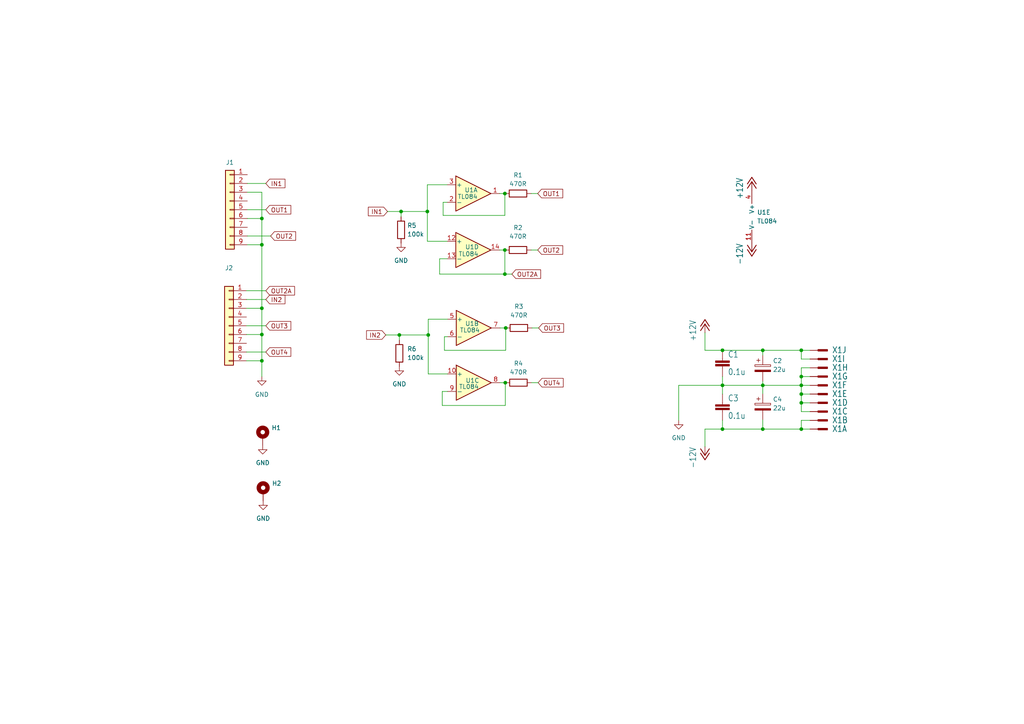
<source format=kicad_sch>
(kicad_sch (version 20230121) (generator eeschema)
  (paper "A4")
  (title_block (title "m0xpd PATCH Buffered Multiple Board") (comment 1 "Published under CC BY-SA 4.0 License") (comment 2 "See: https://github.com/m0xpd/PATCH"))
  (lib_symbols
    (symbol "Amplifier_Operational:TL084" (pin_names (offset 0.127))
      (property "Reference" "U" (at 0 5.08 0))
      (property "Value" "TL084" (at 0 -5.08 0))
      (symbol "TL084_1_1"
        (polyline (pts (xy -5.08 5.08) (xy 5.08 0) (xy -5.08 -5.08) (xy -5.08 5.08)) (stroke (width 0.254)) (fill (type background)))
        (pin output line (at 7.62 0 180) (length 2.54) (name "~") (number "1"))
        (pin input line (at -7.62 -2.54 0) (length 2.54) (name "-") (number "2"))
        (pin input line (at -7.62 2.54 0) (length 2.54) (name "+") (number "3"))
      )
      (symbol "TL084_2_1"
        (polyline (pts (xy -5.08 5.08) (xy 5.08 0) (xy -5.08 -5.08) (xy -5.08 5.08)) (stroke (width 0.254)) (fill (type background)))
        (pin input line (at -7.62 2.54 0) (length 2.54) (name "+") (number "5"))
        (pin input line (at -7.62 -2.54 0) (length 2.54) (name "-") (number "6"))
        (pin output line (at 7.62 0 180) (length 2.54) (name "~") (number "7"))
      )
      (symbol "TL084_3_1"
        (polyline (pts (xy -5.08 5.08) (xy 5.08 0) (xy -5.08 -5.08) (xy -5.08 5.08)) (stroke (width 0.254)) (fill (type background)))
        (pin input line (at -7.62 2.54 0) (length 2.54) (name "+") (number "10"))
        (pin output line (at 7.62 0 180) (length 2.54) (name "~") (number "8"))
        (pin input line (at -7.62 -2.54 0) (length 2.54) (name "-") (number "9"))
      )
      (symbol "TL084_4_1"
        (polyline (pts (xy -5.08 5.08) (xy 5.08 0) (xy -5.08 -5.08) (xy -5.08 5.08)) (stroke (width 0.254)) (fill (type background)))
        (pin input line (at -7.62 2.54 0) (length 2.54) (name "+") (number "12"))
        (pin input line (at -7.62 -2.54 0) (length 2.54) (name "-") (number "13"))
        (pin output line (at 7.62 0 180) (length 2.54) (name "~") (number "14"))
      )
      (symbol "TL084_5_1"
        (pin power_in line (at -2.54 -7.62 90) (length 3.81) (name "V-") (number "11"))
        (pin power_in line (at -2.54 7.62 270) (length 3.81) (name "V+") (number "4"))
      )
    )
    (symbol "Connector_Generic:Conn_01x09" (pin_names (offset 1.016) hide)
      (property "Reference" "J" (at 0 12.7 0))
      (property "Value" "Conn_01x09" (at 0 -12.7 0))
      (symbol "Conn_01x09_1_1"
        (rectangle (start -1.27 -10.033) (end 0 -10.287) (stroke (width 0.1524)))
        (rectangle (start -1.27 -7.493) (end 0 -7.747) (stroke (width 0.1524)))
        (rectangle (start -1.27 -4.953) (end 0 -5.207) (stroke (width 0.1524)))
        (rectangle (start -1.27 -2.413) (end 0 -2.667) (stroke (width 0.1524)))
        (rectangle (start -1.27 0.127) (end 0 -0.127) (stroke (width 0.1524)))
        (rectangle (start -1.27 2.667) (end 0 2.413) (stroke (width 0.1524)))
        (rectangle (start -1.27 5.207) (end 0 4.953) (stroke (width 0.1524)))
        (rectangle (start -1.27 7.747) (end 0 7.493) (stroke (width 0.1524)))
        (rectangle (start -1.27 10.287) (end 0 10.033) (stroke (width 0.1524)))
        (rectangle (start -1.27 11.43) (end 1.27 -11.43) (stroke (width 0.254)) (fill (type background)))
        (pin passive line (at -5.08 10.16 0) (length 3.81) (name "Pin_1") (number "1"))
        (pin passive line (at -5.08 7.62 0) (length 3.81) (name "Pin_2") (number "2"))
        (pin passive line (at -5.08 5.08 0) (length 3.81) (name "Pin_3") (number "3"))
        (pin passive line (at -5.08 2.54 0) (length 3.81) (name "Pin_4") (number "4"))
        (pin passive line (at -5.08 0 0) (length 3.81) (name "Pin_5") (number "5"))
        (pin passive line (at -5.08 -2.54 0) (length 3.81) (name "Pin_6") (number "6"))
        (pin passive line (at -5.08 -5.08 0) (length 3.81) (name "Pin_7") (number "7"))
        (pin passive line (at -5.08 -7.62 0) (length 3.81) (name "Pin_8") (number "8"))
        (pin passive line (at -5.08 -10.16 0) (length 3.81) (name "Pin_9") (number "9"))
      )
    )
    (symbol "Device:C_Polarized" (pin_numbers hide) (pin_names (offset 0.254))
      (property "Reference" "C" (at 0.635 2.54 0))
      (property "Value" "C_Polarized" (at 0.635 -2.54 0))
      (symbol "C_Polarized_0_1"
        (rectangle (start -2.286 0.508) (end 2.286 1.016))
        (polyline (pts (xy -1.778 2.286) (xy -0.762 2.286)))
        (polyline (pts (xy -1.27 2.794) (xy -1.27 1.778)))
        (rectangle (start 2.286 -0.508) (end -2.286 -1.016) (fill (type outline)))
      )
      (symbol "C_Polarized_1_1"
        (pin passive line (at 0 3.81 270) (length 2.794) (name "~") (number "1"))
        (pin passive line (at 0 -3.81 90) (length 2.794) (name "~") (number "2"))
      )
    )
    (symbol "Device:R" (pin_numbers hide) (pin_names (offset 0))
      (property "Reference" "R" (at 2.032 0 90))
      (property "Value" "R" (at 0 0 90))
      (symbol "R_0_1"
        (rectangle (start -1.016 -2.54) (end 1.016 2.54) (stroke (width 0.254)))
      )
      (symbol "R_1_1"
        (pin passive line (at 0 3.81 270) (length 1.27) (name "~") (number "1"))
        (pin passive line (at 0 -3.81 90) (length 1.27) (name "~") (number "2"))
      )
    )
    (symbol "Mechanical:MountingHole_Pad" (pin_numbers hide) (pin_names (offset 1.016) hide)
      (property "Reference" "H" (at 0 6.35 0))
      (property "Value" "MountingHole_Pad" (at 0 4.445 0))
      (symbol "MountingHole_Pad_0_1"
        (circle (center 0 1.27) (radius 1.27) (stroke (width 1.27)))
      )
      (symbol "MountingHole_Pad_1_1"
        (pin input line (at 0 -2.54 90) (length 2.54) (name "1") (number "1"))
      )
    )
    (symbol "main board-eagle-import:+12V" (power)
      (property "Value" "+12V" (at -2.54 -5.08 90))
      (symbol "+12V_1_0"
        (polyline (pts (xy 0 0) (xy -1.27 -1.905)) (stroke (width 0.254)))
        (polyline (pts (xy 0 1.27) (xy -1.27 -0.635)) (stroke (width 0.254)))
        (polyline (pts (xy 1.27 -1.905) (xy 0 0)) (stroke (width 0.254)))
        (polyline (pts (xy 1.27 -0.635) (xy 0 1.27)) (stroke (width 0.254)))
        (pin power_in line (at 0 -2.54 90) (length 2.54) (name "+12V") (number "1"))
      )
    )
    (symbol "main board-eagle-import:-12V" (power)
      (property "Value" "-12V" (at -2.54 -2.54 90))
      (symbol "-12V_1_0"
        (polyline (pts (xy -1.27 0.635) (xy 0 -1.27)) (stroke (width 0.254)))
        (polyline (pts (xy -1.27 1.905) (xy 0 0)) (stroke (width 0.254)))
        (polyline (pts (xy 0 -1.27) (xy 1.27 0.635)) (stroke (width 0.254)))
        (polyline (pts (xy 0 0) (xy 1.27 1.905)) (stroke (width 0.254)))
        (pin power_in line (at 0 2.54 270) (length 2.54) (name "-12V") (number "1"))
      )
    )
    (symbol "main board-eagle-import:2510-"
      (property "Reference" "X" (at -1.27 0.889 0))
      (symbol "2510-_1_0"
        (rectangle (start 0 -0.254) (end 2.794 0.254) (fill (type outline)))
        (pin passive line (at 5.08 0 180) (length 2.54) (name "KL") (number "1"))
      )
      (symbol "2510-_2_0"
        (rectangle (start 0 -0.254) (end 2.794 0.254) (fill (type outline)))
        (pin passive line (at 5.08 0 180) (length 2.54) (name "KL") (number "2"))
      )
      (symbol "2510-_3_0"
        (rectangle (start 0 -0.254) (end 2.794 0.254) (fill (type outline)))
        (pin passive line (at 5.08 0 180) (length 2.54) (name "KL") (number "3"))
      )
      (symbol "2510-_4_0"
        (rectangle (start 0 -0.254) (end 2.794 0.254) (fill (type outline)))
        (pin passive line (at 5.08 0 180) (length 2.54) (name "KL") (number "4"))
      )
      (symbol "2510-_5_0"
        (rectangle (start 0 -0.254) (end 2.794 0.254) (fill (type outline)))
        (pin passive line (at 5.08 0 180) (length 2.54) (name "KL") (number "5"))
      )
      (symbol "2510-_6_0"
        (rectangle (start 0 -0.254) (end 2.794 0.254) (fill (type outline)))
        (pin passive line (at 5.08 0 180) (length 2.54) (name "KL") (number "6"))
      )
      (symbol "2510-_7_0"
        (rectangle (start 0 -0.254) (end 2.794 0.254) (fill (type outline)))
        (pin passive line (at 5.08 0 180) (length 2.54) (name "KL") (number "7"))
      )
      (symbol "2510-_8_0"
        (rectangle (start 0 -0.254) (end 2.794 0.254) (fill (type outline)))
        (pin passive line (at 5.08 0 180) (length 2.54) (name "KL") (number "8"))
      )
      (symbol "2510-_9_0"
        (rectangle (start 0 -0.254) (end 2.794 0.254) (fill (type outline)))
        (pin passive line (at 5.08 0 180) (length 2.54) (name "KL") (number "9"))
      )
      (symbol "2510-_10_0"
        (rectangle (start 0 -0.254) (end 2.794 0.254) (fill (type outline)))
        (pin passive line (at 5.08 0 180) (length 2.54) (name "KL") (number "10"))
      )
    )
    (symbol "main board-eagle-import:C-EU050-025X075"
      (property "Reference" "C" (at 1.524 0.381 0))
      (property "Value" "C-EU050-025X075" (at 1.524 -4.699 0))
      (symbol "C-EU050-025X075_1_0"
        (rectangle (start -2.032 -2.032) (end 2.032 -1.524) (fill (type outline)))
        (rectangle (start -2.032 -1.016) (end 2.032 -0.508) (fill (type outline)))
        (polyline (pts (xy 0 -2.54) (xy 0 -2.032)) (stroke (width 0.1524)))
        (polyline (pts (xy 0 0) (xy 0 -0.508)) (stroke (width 0.1524)))
        (pin passive line (at 0 2.54 270) (length 2.54) (name "1") (number "1"))
        (pin passive line (at 0 -5.08 90) (length 2.54) (name "2") (number "2"))
      )
    )
    (symbol "power:GND" (power) (pin_names (offset 0))
      (property "Value" "GND" (at 0 -3.81 0))
      (symbol "GND_0_1"
        (polyline (pts (xy 0 0) (xy 0 -1.27) (xy 1.27 -1.27) (xy 0 -2.54) (xy -1.27 -1.27) (xy 0 -1.27)))
      )
      (symbol "GND_1_1"
        (pin power_in line (at 0 0 270) (length 0) hide (name "GND") (number "1"))
      )
    )
  )
  (junction (at 221.234 101.6))
  (junction (at 232.41 116.84))
  (junction (at 232.41 114.3))
  (junction (at 123.952 61.341))
  (junction (at 232.41 111.76))
  (junction (at 221.234 124.46))
  (junction (at 146.431 56.134))
  (junction (at 146.558 110.998))
  (junction (at 146.431 72.517))
  (junction (at 221.234 111.76))
  (junction (at 75.946 63.373))
  (junction (at 124.206 97.155))
  (junction (at 209.55 124.46))
  (junction (at 75.946 97.028))
  (junction (at 209.55 101.6))
  (junction (at 115.824 97.155))
  (junction (at 232.41 101.6))
  (junction (at 146.685 95.123))
  (junction (at 116.332 61.341))
  (junction (at 232.41 124.46))
  (junction (at 75.946 70.993))
  (junction (at 232.41 109.22))
  (junction (at 75.946 89.408))
  (junction (at 146.431 79.502))
  (junction (at 209.55 111.76))
  (junction (at 75.946 104.648))
  (wire (pts (xy 128.524 62.484) (xy 146.431 62.484)))
  (wire (pts (xy 204.47 101.6) (xy 204.47 96.52)))
  (wire (pts (xy 71.501 97.028) (xy 75.946 97.028)))
  (wire (pts (xy 234.95 114.3) (xy 232.41 114.3)))
  (wire (pts (xy 129.667 75.057) (xy 127.508 75.057)))
  (wire (pts (xy 128.905 97.663) (xy 128.905 101.6)))
  (wire (pts (xy 123.952 61.341) (xy 123.952 53.594)))
  (wire (pts (xy 124.206 92.583) (xy 124.206 97.155)))
  (wire (pts (xy 71.755 68.453) (xy 78.486 68.453)))
  (wire (pts (xy 75.946 63.373) (xy 75.946 70.993)))
  (wire (pts (xy 204.47 124.46) (xy 204.47 129.54)))
  (wire (pts (xy 128.27 113.538) (xy 128.27 117.602)))
  (wire (pts (xy 196.85 111.76) (xy 196.85 121.92)))
  (wire (pts (xy 111.887 97.155) (xy 115.824 97.155)))
  (wire (pts (xy 221.234 124.46) (xy 232.41 124.46)))
  (wire (pts (xy 124.206 97.155) (xy 124.206 108.458)))
  (wire (pts (xy 75.946 97.028) (xy 75.946 104.648)))
  (wire (pts (xy 75.946 70.993) (xy 75.946 89.408)))
  (wire (pts (xy 209.55 124.46) (xy 209.55 121.92)))
  (wire (pts (xy 146.685 95.123) (xy 145.034 95.123)))
  (wire (pts (xy 116.332 61.341) (xy 116.332 62.865)))
  (wire (pts (xy 129.667 69.977) (xy 123.952 69.977)))
  (wire (pts (xy 221.234 111.76) (xy 221.234 114.173)))
  (wire (pts (xy 127.508 79.502) (xy 146.431 79.502)))
  (wire (pts (xy 146.558 110.998) (xy 145.034 110.998)))
  (wire (pts (xy 154.178 110.998) (xy 156.083 110.998)))
  (wire (pts (xy 232.41 119.38) (xy 234.95 119.38)))
  (wire (pts (xy 71.755 55.753) (xy 75.946 55.753)))
  (wire (pts (xy 146.431 56.134) (xy 144.907 56.134)))
  (wire (pts (xy 221.234 101.6) (xy 221.234 102.997)))
  (wire (pts (xy 209.55 101.6) (xy 204.47 101.6)))
  (wire (pts (xy 234.95 104.14) (xy 232.41 104.14)))
  (wire (pts (xy 232.41 109.22) (xy 232.41 111.76)))
  (wire (pts (xy 115.824 97.155) (xy 115.824 98.679)))
  (wire (pts (xy 123.952 69.977) (xy 123.952 61.341)))
  (wire (pts (xy 232.41 104.14) (xy 232.41 101.6)))
  (wire (pts (xy 75.946 104.648) (xy 75.946 109.22)))
  (wire (pts (xy 209.55 111.76) (xy 209.55 114.3)))
  (wire (pts (xy 128.27 117.602) (xy 146.558 117.602)))
  (wire (pts (xy 124.206 108.458) (xy 129.794 108.458)))
  (wire (pts (xy 209.55 124.46) (xy 204.47 124.46)))
  (wire (pts (xy 221.234 121.793) (xy 221.234 124.46)))
  (wire (pts (xy 116.332 61.341) (xy 123.952 61.341)))
  (wire (pts (xy 71.755 53.213) (xy 77.089 53.213)))
  (wire (pts (xy 154.051 56.134) (xy 155.956 56.134)))
  (wire (pts (xy 75.946 89.408) (xy 75.946 97.028)))
  (wire (pts (xy 154.305 95.123) (xy 156.21 95.123)))
  (wire (pts (xy 221.234 111.76) (xy 232.41 111.76)))
  (wire (pts (xy 234.95 111.76) (xy 232.41 111.76)))
  (wire (pts (xy 129.794 92.583) (xy 124.206 92.583)))
  (wire (pts (xy 234.95 109.22) (xy 232.41 109.22)))
  (wire (pts (xy 71.755 70.993) (xy 75.946 70.993)))
  (wire (pts (xy 127.508 75.057) (xy 127.508 79.502)))
  (wire (pts (xy 232.41 106.68) (xy 232.41 109.22)))
  (wire (pts (xy 71.755 60.833) (xy 77.089 60.833)))
  (wire (pts (xy 234.95 106.68) (xy 232.41 106.68)))
  (wire (pts (xy 221.234 101.6) (xy 232.41 101.6)))
  (wire (pts (xy 71.501 102.108) (xy 77.089 102.108)))
  (wire (pts (xy 129.794 113.538) (xy 128.27 113.538)))
  (wire (pts (xy 115.824 97.155) (xy 124.206 97.155)))
  (wire (pts (xy 232.41 121.92) (xy 232.41 124.46)))
  (wire (pts (xy 146.431 79.502) (xy 148.463 79.502)))
  (wire (pts (xy 71.755 63.373) (xy 75.946 63.373)))
  (wire (pts (xy 209.55 101.6) (xy 221.234 101.6)))
  (wire (pts (xy 209.55 109.22) (xy 209.55 111.76)))
  (wire (pts (xy 234.95 101.6) (xy 232.41 101.6)))
  (wire (pts (xy 221.234 110.617) (xy 221.234 111.76)))
  (wire (pts (xy 146.431 72.517) (xy 144.907 72.517)))
  (wire (pts (xy 209.55 111.76) (xy 196.85 111.76)))
  (wire (pts (xy 146.431 62.484) (xy 146.431 56.134)))
  (wire (pts (xy 112.395 61.341) (xy 116.332 61.341)))
  (wire (pts (xy 232.41 114.3) (xy 232.41 116.84)))
  (wire (pts (xy 209.55 124.46) (xy 221.234 124.46)))
  (wire (pts (xy 128.905 101.6) (xy 146.685 101.6)))
  (wire (pts (xy 209.55 111.76) (xy 221.234 111.76)))
  (wire (pts (xy 146.558 117.602) (xy 146.558 110.998)))
  (wire (pts (xy 232.41 111.76) (xy 232.41 114.3)))
  (wire (pts (xy 71.501 94.488) (xy 77.089 94.488)))
  (wire (pts (xy 128.524 58.674) (xy 128.524 62.484)))
  (wire (pts (xy 129.667 58.674) (xy 128.524 58.674)))
  (wire (pts (xy 75.946 55.753) (xy 75.946 63.373)))
  (wire (pts (xy 129.794 97.663) (xy 128.905 97.663)))
  (wire (pts (xy 146.431 79.502) (xy 146.431 72.517)))
  (wire (pts (xy 234.95 116.84) (xy 232.41 116.84)))
  (wire (pts (xy 123.952 53.594) (xy 129.667 53.594)))
  (wire (pts (xy 146.685 101.6) (xy 146.685 95.123)))
  (wire (pts (xy 71.501 86.868) (xy 77.089 86.868)))
  (wire (pts (xy 71.501 84.328) (xy 77.089 84.328)))
  (wire (pts (xy 71.501 104.648) (xy 75.946 104.648)))
  (wire (pts (xy 232.41 116.84) (xy 232.41 119.38)))
  (wire (pts (xy 71.501 89.408) (xy 75.946 89.408)))
  (wire (pts (xy 154.051 72.517) (xy 155.956 72.517)))
  (wire (pts (xy 234.95 121.92) (xy 232.41 121.92)))
  (wire (pts (xy 232.41 124.46) (xy 234.95 124.46)))
  (global_label "IN1" (shape input) (at 112.395 61.341 180) (property "Intersheetrefs" "${INTERSHEET_REFS}" (effects hide)))
  (global_label "OUT3" (shape input) (at 156.21 95.123 0) (property "Intersheetrefs" "${INTERSHEET_REFS}" (effects hide)))
  (global_label "OUT2" (shape input) (at 78.486 68.453 0) (property "Intersheetrefs" "${INTERSHEET_REFS}" (effects hide)))
  (global_label "OUT4" (shape input) (at 77.089 102.108 0) (property "Intersheetrefs" "${INTERSHEET_REFS}" (effects hide)))
  (global_label "OUT2" (shape input) (at 155.956 72.517 0) (property "Intersheetrefs" "${INTERSHEET_REFS}" (effects hide)))
  (global_label "OUT4" (shape input) (at 156.083 110.998 0) (property "Intersheetrefs" "${INTERSHEET_REFS}" (effects hide)))
  (global_label "OUT3" (shape input) (at 77.089 94.488 0) (property "Intersheetrefs" "${INTERSHEET_REFS}" (effects hide)))
  (global_label "IN2" (shape input) (at 111.887 97.155 180) (property "Intersheetrefs" "${INTERSHEET_REFS}" (effects hide)))
  (global_label "IN1" (shape input) (at 77.089 53.213 0) (property "Intersheetrefs" "${INTERSHEET_REFS}" (effects hide)))
  (global_label "OUT1" (shape input) (at 77.089 60.833 0) (property "Intersheetrefs" "${INTERSHEET_REFS}" (effects hide)))
  (global_label "IN2" (shape input) (at 77.089 86.868 0) (property "Intersheetrefs" "${INTERSHEET_REFS}" (effects hide)))
  (global_label "OUT1" (shape input) (at 155.956 56.134 0) (property "Intersheetrefs" "${INTERSHEET_REFS}" (effects hide)))
  (global_label "OUT2A" (shape input) (at 77.089 84.328 0) (property "Intersheetrefs" "${INTERSHEET_REFS}" (effects hide)))
  (global_label "OUT2A" (shape input) (at 148.463 79.502 0) (property "Intersheetrefs" "${INTERSHEET_REFS}" (effects hide)))
  (symbol (lib_id "main board-eagle-import:C-EU050-025X075") (at 209.55 104.14 0) (unit 1)
    (property "Reference" "C1" (at 211.074 103.759 0) (effects (font (size 1.778 1.5113)) (justify left bottom)))
    (property "Value" "0.1u" (at 211.074 108.839 0) (effects (font (size 1.778 1.5113)) (justify left bottom)))
    (property "Footprint" "Capacitor_THT:C_Disc_D6.0mm_W2.5mm_P5.00mm" (effects hide))
  )
  (symbol (lib_id "power:GND") (at 115.824 106.299 0) (unit 1)
    (property "Reference" "#PWR06" (effects hide))
    (property "Value" "GND" (at 115.824 111.379 0))
  )
  (symbol (lib_id "Amplifier_Operational:TL084") (at 220.599 62.865 0) (unit 5)
    (property "Reference" "U1" (at 219.583 61.595 0) (effects (justify left)))
    (property "Value" "TL084" (at 219.583 64.135 0) (effects (justify left)))
    (property "Footprint" "Package_DIP:DIP-14_W7.62mm_Socket_LongPads" (effects hide))
    (property "Datasheet" "http://www.ti.com/lit/ds/symlink/tl081.pdf" (effects hide))
  )
  (symbol (lib_id "Connector_Generic:Conn_01x09") (at 66.421 94.488 0) (mirror y) (unit 1)
    (property "Reference" "J2" (at 66.421 77.724 0))
    (property "Value" "Conn_01x09" (effects hide))
    (property "Footprint" "Connector_PinHeader_2.54mm:PinHeader_1x09_P2.54mm_Vertical" (effects hide))
  )
  (symbol (lib_id "Amplifier_Operational:TL084") (at 137.414 110.998 0) (unit 3)
    (property "Reference" "U1" (at 137.033 110.363 0))
    (property "Value" "TL084" (at 136.017 112.141 0))
    (property "Footprint" "Package_DIP:DIP-14_W7.62mm_Socket_LongPads" (effects hide))
    (property "Datasheet" "http://www.ti.com/lit/ds/symlink/tl081.pdf" (effects hide))
  )
  (symbol (lib_id "Mechanical:MountingHole_Pad") (at 76.2 126.619 0) (unit 1)
    (property "Reference" "H1" (at 78.74 124.079 0) (effects (justify left)))
    (property "Value" "MountingHole_Pad" (effects hide))
    (property "Footprint" "MountingHole:MountingHole_3.2mm_M3_DIN965_Pad_TopBottom" (effects hide))
  )
  (symbol (lib_id "Device:R") (at 150.241 72.517 90) (unit 1)
    (property "Reference" "R2" (at 150.241 66.04 90))
    (property "Value" "470R" (at 150.241 68.58 90))
    (property "Footprint" "Resistor_THT:R_Axial_DIN0207_L6.3mm_D2.5mm_P7.62mm_Horizontal" (effects hide))
  )
  (symbol (lib_id "Mechanical:MountingHole_Pad") (at 76.327 142.748 0) (unit 1)
    (property "Reference" "H2" (at 78.867 140.208 0) (effects (justify left)))
    (property "Value" "MountingHole_Pad" (effects hide))
    (property "Footprint" "MountingHole:MountingHole_3.2mm_M3_DIN965_Pad_TopBottom" (effects hide))
  )
  (symbol (lib_id "Device:R") (at 150.368 110.998 90) (unit 1)
    (property "Reference" "R4" (at 150.368 105.41 90))
    (property "Value" "470R" (at 150.368 107.95 90))
    (property "Footprint" "Resistor_THT:R_Axial_DIN0207_L6.3mm_D2.5mm_P7.62mm_Horizontal" (effects hide))
  )
  (symbol (lib_id "main board-eagle-import:2510-") (at 240.03 106.68 180) (unit 8)
    (property "Reference" "X1" (at 241.3 107.569 0) (effects (font (size 1.778 1.5113)) (justify right top)))
    (property "Value" "2510-" (effects hide))
    (property "Footprint" "Connector_IDC:IDC-Header_2x05_P2.54mm_Vertical" (effects hide))
  )
  (symbol (lib_id "main board-eagle-import:+12V") (at 218.059 52.705 0) (unit 1)
    (property "Reference" "#P+02" (effects hide))
    (property "Value" "+12V" (at 215.519 57.785 90) (effects (font (size 1.778 1.5113)) (justify left bottom)))
    (property "Footprint" "main board:" (effects hide))
  )
  (symbol (lib_id "main board-eagle-import:+12V") (at 204.47 93.98 0) (unit 1)
    (property "Reference" "#P+01" (effects hide))
    (property "Value" "+12V" (at 201.93 99.06 90) (effects (font (size 1.778 1.5113)) (justify left bottom)))
    (property "Footprint" "main board:" (effects hide))
  )
  (symbol (lib_id "Connector_Generic:Conn_01x09") (at 66.675 60.833 0) (mirror y) (unit 1)
    (property "Reference" "J1" (at 66.675 47.117 0))
    (property "Value" "Conn_01x09" (effects hide))
    (property "Footprint" "Connector_PinHeader_2.54mm:PinHeader_1x09_P2.54mm_Vertical" (effects hide))
  )
  (symbol (lib_id "main board-eagle-import:2510-") (at 240.03 109.22 180) (unit 7)
    (property "Reference" "X1" (at 241.3 110.109 0) (effects (font (size 1.778 1.5113)) (justify right top)))
    (property "Value" "2510-" (effects hide))
    (property "Footprint" "Connector_IDC:IDC-Header_2x05_P2.54mm_Vertical" (effects hide))
  )
  (symbol (lib_id "Device:R") (at 115.824 102.489 180) (unit 1)
    (property "Reference" "R6" (at 118.11 101.219 0) (effects (justify right)))
    (property "Value" "100k" (at 118.11 103.759 0) (effects (justify right)))
    (property "Footprint" "Resistor_THT:R_Axial_DIN0207_L6.3mm_D2.5mm_P7.62mm_Horizontal" (effects hide))
  )
  (symbol (lib_id "main board-eagle-import:2510-") (at 240.03 111.76 180) (unit 6)
    (property "Reference" "X1" (at 241.3 112.649 0) (effects (font (size 1.778 1.5113)) (justify right top)))
    (property "Value" "2510-" (effects hide))
    (property "Footprint" "Connector_IDC:IDC-Header_2x05_P2.54mm_Vertical" (effects hide))
  )
  (symbol (lib_id "Device:R") (at 116.332 66.675 180) (unit 1)
    (property "Reference" "R5" (at 118.11 65.405 0) (effects (justify right)))
    (property "Value" "100k" (at 118.11 67.945 0) (effects (justify right)))
    (property "Footprint" "Resistor_THT:R_Axial_DIN0207_L6.3mm_D2.5mm_P7.62mm_Horizontal" (effects hide))
  )
  (symbol (lib_id "main board-eagle-import:2510-") (at 240.03 124.46 180) (unit 1)
    (property "Reference" "X1" (at 241.3 125.349 0) (effects (font (size 1.778 1.5113)) (justify right top)))
    (property "Value" "2510-" (effects hide))
    (property "Footprint" "Connector_IDC:IDC-Header_2x05_P2.54mm_Vertical" (effects hide))
  )
  (symbol (lib_id "Device:R") (at 150.495 95.123 90) (unit 1)
    (property "Reference" "R3" (at 150.495 88.9 90))
    (property "Value" "470R" (at 150.495 91.44 90))
    (property "Footprint" "Resistor_THT:R_Axial_DIN0207_L6.3mm_D2.5mm_P7.62mm_Horizontal" (effects hide))
  )
  (symbol (lib_id "main board-eagle-import:-12V") (at 218.059 73.025 0) (unit 1)
    (property "Reference" "#P-02" (effects hide))
    (property "Value" "-12V" (at 215.519 76.835 90) (effects (font (size 1.778 1.5113)) (justify left bottom)))
    (property "Footprint" "main board:" (effects hide))
  )
  (symbol (lib_id "power:GND") (at 116.332 70.485 0) (unit 1)
    (property "Reference" "#PWR05" (effects hide))
    (property "Value" "GND" (at 116.332 75.565 0))
  )
  (symbol (lib_id "main board-eagle-import:-12V") (at 204.47 132.08 0) (unit 1)
    (property "Reference" "#P-01" (effects hide))
    (property "Value" "-12V" (at 201.93 135.89 90) (effects (font (size 1.778 1.5113)) (justify left bottom)))
    (property "Footprint" "main board:" (effects hide))
  )
  (symbol (lib_id "main board-eagle-import:2510-") (at 240.03 116.84 180) (unit 4)
    (property "Reference" "X1" (at 241.3 117.729 0) (effects (font (size 1.778 1.5113)) (justify right top)))
    (property "Value" "2510-" (effects hide))
    (property "Footprint" "Connector_IDC:IDC-Header_2x05_P2.54mm_Vertical" (effects hide))
  )
  (symbol (lib_id "Device:C_Polarized") (at 221.234 106.807 0) (unit 1)
    (property "Reference" "C2" (at 224.155 104.648 0) (effects (justify left)))
    (property "Value" "22u" (at 224.155 107.188 0) (effects (justify left)))
    (property "Footprint" "Capacitor_THT:CP_Radial_D6.3mm_P2.50mm" (effects hide))
  )
  (symbol (lib_id "main board-eagle-import:2510-") (at 240.03 119.38 180) (unit 3)
    (property "Reference" "X1" (at 241.3 120.269 0) (effects (font (size 1.778 1.5113)) (justify right top)))
    (property "Value" "2510-" (effects hide))
    (property "Footprint" "Connector_IDC:IDC-Header_2x05_P2.54mm_Vertical" (effects hide))
  )
  (symbol (lib_id "power:GND") (at 76.2 129.159 0) (unit 1)
    (property "Reference" "#PWR02" (effects hide))
    (property "Value" "GND" (at 76.2 134.239 0))
  )
  (symbol (lib_id "main board-eagle-import:2510-") (at 240.03 104.14 180) (unit 9)
    (property "Reference" "X1" (at 241.3 105.029 0) (effects (font (size 1.778 1.5113)) (justify right top)))
    (property "Value" "2510-" (effects hide))
    (property "Footprint" "Connector_IDC:IDC-Header_2x05_P2.54mm_Vertical" (effects hide))
  )
  (symbol (lib_id "Device:C_Polarized") (at 221.234 117.983 0) (unit 1)
    (property "Reference" "C4" (at 224.155 115.824 0) (effects (justify left)))
    (property "Value" "22u" (at 224.155 118.364 0) (effects (justify left)))
    (property "Footprint" "Capacitor_THT:CP_Radial_D6.3mm_P2.50mm" (effects hide))
  )
  (symbol (lib_id "main board-eagle-import:C-EU050-025X075") (at 209.55 116.84 0) (unit 1)
    (property "Reference" "C3" (at 211.074 116.459 0) (effects (font (size 1.778 1.5113)) (justify left bottom)))
    (property "Value" "0.1u" (at 211.074 121.539 0) (effects (font (size 1.778 1.5113)) (justify left bottom)))
    (property "Footprint" "Capacitor_THT:C_Disc_D6.0mm_W2.5mm_P5.00mm" (effects hide))
  )
  (symbol (lib_id "Device:R") (at 150.241 56.134 90) (unit 1)
    (property "Reference" "R1" (at 150.241 50.8 90))
    (property "Value" "470R" (at 150.241 53.34 90))
    (property "Footprint" "Resistor_THT:R_Axial_DIN0207_L6.3mm_D2.5mm_P7.62mm_Horizontal" (effects hide))
  )
  (symbol (lib_id "power:GND") (at 196.85 121.92 0) (unit 1)
    (property "Reference" "#PWR04" (effects hide))
    (property "Value" "GND" (at 196.85 127 0))
  )
  (symbol (lib_id "power:GND") (at 75.946 109.22 0) (unit 1)
    (property "Reference" "#PWR01" (effects hide))
    (property "Value" "GND" (at 75.946 114.427 0))
  )
  (symbol (lib_id "Amplifier_Operational:TL084") (at 137.287 72.517 0) (unit 4)
    (property "Reference" "U1" (at 136.906 71.628 0))
    (property "Value" "TL084" (at 135.89 73.66 0))
    (property "Footprint" "Package_DIP:DIP-14_W7.62mm_Socket_LongPads" (effects hide))
    (property "Datasheet" "http://www.ti.com/lit/ds/symlink/tl081.pdf" (effects hide))
  )
  (symbol (lib_id "main board-eagle-import:2510-") (at 240.03 114.3 180) (unit 5)
    (property "Reference" "X1" (at 241.3 115.189 0) (effects (font (size 1.778 1.5113)) (justify right top)))
    (property "Value" "2510-" (effects hide))
    (property "Footprint" "Connector_IDC:IDC-Header_2x05_P2.54mm_Vertical" (effects hide))
  )
  (symbol (lib_id "main board-eagle-import:2510-") (at 240.03 101.6 180) (unit 10)
    (property "Reference" "X1" (at 241.3 102.489 0) (effects (font (size 1.778 1.5113)) (justify right top)))
    (property "Value" "2510-" (effects hide))
    (property "Footprint" "Connector_IDC:IDC-Header_2x05_P2.54mm_Vertical" (effects hide))
  )
  (symbol (lib_id "Amplifier_Operational:TL084") (at 137.414 95.123 0) (unit 2)
    (property "Reference" "U1" (at 136.906 93.853 0))
    (property "Value" "TL084" (at 136.271 95.758 0))
    (property "Footprint" "Package_DIP:DIP-14_W7.62mm_Socket_LongPads" (effects hide))
    (property "Datasheet" "http://www.ti.com/lit/ds/symlink/tl081.pdf" (effects hide))
  )
  (symbol (lib_id "Amplifier_Operational:TL084") (at 137.287 56.134 0) (unit 1)
    (property "Reference" "U1" (at 136.652 55.118 0))
    (property "Value" "TL084" (at 135.636 57.023 0))
    (property "Footprint" "Package_DIP:DIP-14_W7.62mm_Socket_LongPads" (effects hide))
    (property "Datasheet" "http://www.ti.com/lit/ds/symlink/tl081.pdf" (effects hide))
  )
  (symbol (lib_id "power:GND") (at 76.327 145.288 0) (unit 1)
    (property "Reference" "#PWR03" (effects hide))
    (property "Value" "GND" (at 76.327 150.368 0))
  )
  (symbol (lib_id "main board-eagle-import:2510-") (at 240.03 121.92 180) (unit 2)
    (property "Reference" "X1" (at 241.3 122.809 0) (effects (font (size 1.778 1.5113)) (justify right top)))
    (property "Value" "2510-" (effects hide))
    (property "Footprint" "Connector_IDC:IDC-Header_2x05_P2.54mm_Vertical" (effects hide))
  )
)
</source>
